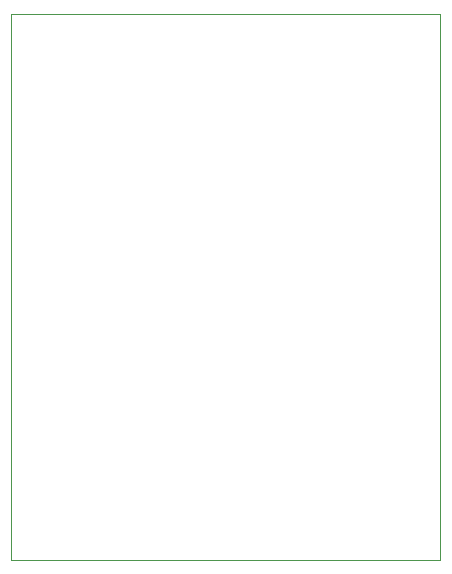
<source format=gbr>
%TF.GenerationSoftware,KiCad,Pcbnew,7.0.10*%
%TF.CreationDate,2024-03-31T17:35:58-06:00*%
%TF.ProjectId,Electrode_Select_Breakout,456c6563-7472-46f6-9465-5f53656c6563,rev?*%
%TF.SameCoordinates,Original*%
%TF.FileFunction,Profile,NP*%
%FSLAX46Y46*%
G04 Gerber Fmt 4.6, Leading zero omitted, Abs format (unit mm)*
G04 Created by KiCad (PCBNEW 7.0.10) date 2024-03-31 17:35:58*
%MOMM*%
%LPD*%
G01*
G04 APERTURE LIST*
%TA.AperFunction,Profile*%
%ADD10C,0.100000*%
%TD*%
G04 APERTURE END LIST*
D10*
X0Y0D02*
X36322000Y0D01*
X36322000Y-46228000D01*
X0Y-46228000D01*
X0Y0D01*
M02*

</source>
